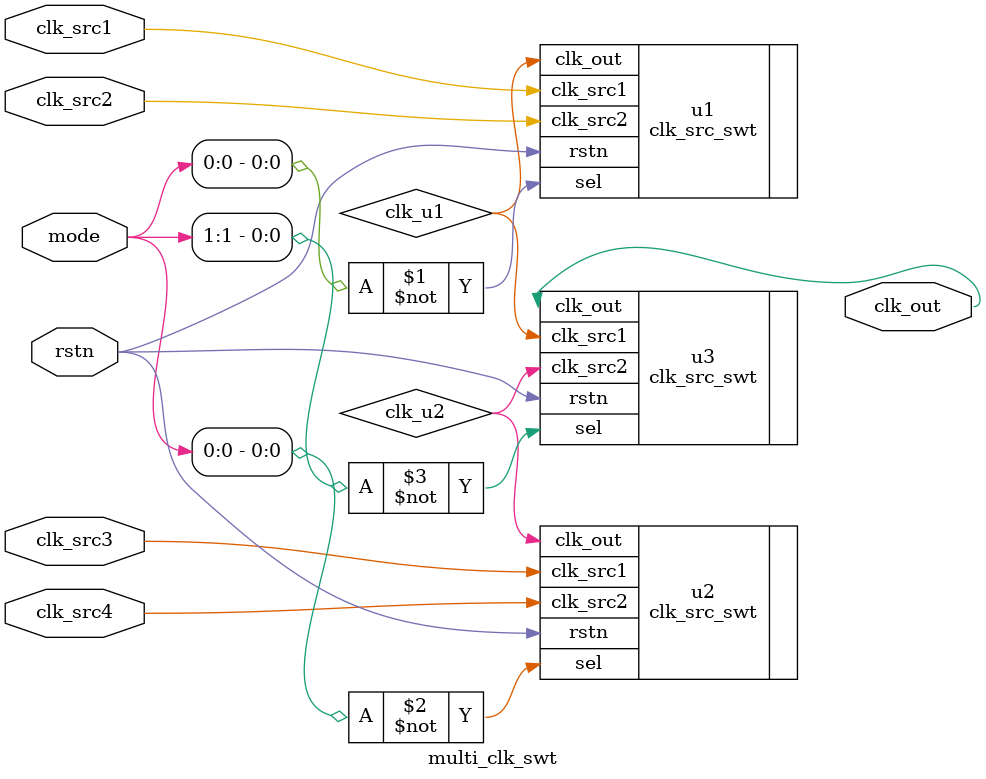
<source format=v>

module multi_clk_swt(
  input clk_src1,
  input clk_src2,
  input clk_src3,
  input clk_src4,
  input rstn,
  input [1:0] mode,
  output clk_out
);

wire clk_u1;
wire clk_u2;

clk_src_swt u1(.rstn(rstn),
               .clk_src1(clk_src1),
               .clk_src2(clk_src2),
               .sel(~mode[0]),
               .clk_out(clk_u1));

clk_src_swt u2(.rstn(rstn),
               .clk_src1(clk_src3),
               .clk_src2(clk_src4),
               .sel(~mode[0]),
               .clk_out(clk_u2));

clk_src_swt u3(.rstn(rstn),
               .clk_src1(clk_u1),
               .clk_src2(clk_u2),
               .sel(~mode[1]),
               .clk_out(clk_out));



endmodule


</source>
